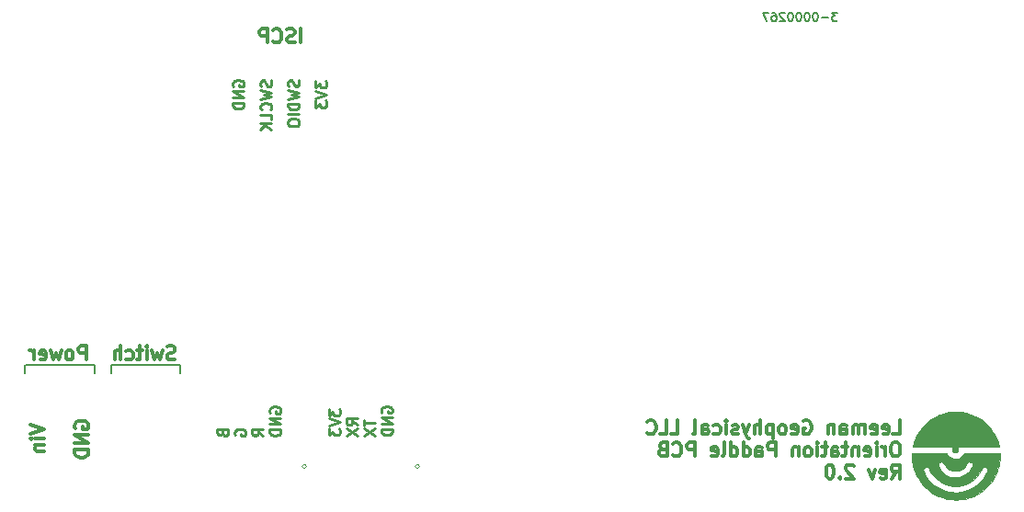
<source format=gbr>
%TF.GenerationSoftware,KiCad,Pcbnew,9.0.1*%
%TF.CreationDate,2025-06-03T12:38:30-05:00*%
%TF.ProjectId,Orientation_Paddle,4f726965-6e74-4617-9469-6f6e5f506164,2.0*%
%TF.SameCoordinates,Original*%
%TF.FileFunction,Legend,Bot*%
%TF.FilePolarity,Positive*%
%FSLAX46Y46*%
G04 Gerber Fmt 4.6, Leading zero omitted, Abs format (unit mm)*
G04 Created by KiCad (PCBNEW 9.0.1) date 2025-06-03 12:38:30*
%MOMM*%
%LPD*%
G01*
G04 APERTURE LIST*
%ADD10C,0.150000*%
%ADD11C,0.250000*%
%ADD12C,0.158750*%
%ADD13C,0.317500*%
%ADD14C,0.300000*%
%ADD15C,0.120000*%
%ADD16C,0.010000*%
G04 APERTURE END LIST*
D10*
X82223000Y-130175000D02*
X88573000Y-130175000D01*
X88573000Y-130175000D02*
X88573000Y-130937000D01*
X96447298Y-130175000D02*
X96447298Y-130937000D01*
X82169000Y-130937000D02*
X82169000Y-130175000D01*
X90097000Y-130175000D02*
X96447000Y-130175000D01*
X90097000Y-130937000D02*
X90097000Y-130175000D01*
D11*
X104081619Y-136707523D02*
X103605428Y-136374190D01*
X104081619Y-136136095D02*
X103081619Y-136136095D01*
X103081619Y-136136095D02*
X103081619Y-136517047D01*
X103081619Y-136517047D02*
X103129238Y-136612285D01*
X103129238Y-136612285D02*
X103176857Y-136659904D01*
X103176857Y-136659904D02*
X103272095Y-136707523D01*
X103272095Y-136707523D02*
X103414952Y-136707523D01*
X103414952Y-136707523D02*
X103510190Y-136659904D01*
X103510190Y-136659904D02*
X103557809Y-136612285D01*
X103557809Y-136612285D02*
X103605428Y-136517047D01*
X103605428Y-136517047D02*
X103605428Y-136136095D01*
D12*
X156972000Y-97732787D02*
X156476700Y-97732787D01*
X156476700Y-97732787D02*
X156743400Y-98037587D01*
X156743400Y-98037587D02*
X156629100Y-98037587D01*
X156629100Y-98037587D02*
X156552900Y-98075687D01*
X156552900Y-98075687D02*
X156514800Y-98113787D01*
X156514800Y-98113787D02*
X156476700Y-98189987D01*
X156476700Y-98189987D02*
X156476700Y-98380487D01*
X156476700Y-98380487D02*
X156514800Y-98456687D01*
X156514800Y-98456687D02*
X156552900Y-98494787D01*
X156552900Y-98494787D02*
X156629100Y-98532887D01*
X156629100Y-98532887D02*
X156857700Y-98532887D01*
X156857700Y-98532887D02*
X156933900Y-98494787D01*
X156933900Y-98494787D02*
X156972000Y-98456687D01*
X156133800Y-98228087D02*
X155524200Y-98228087D01*
X154990800Y-97732787D02*
X154914600Y-97732787D01*
X154914600Y-97732787D02*
X154838400Y-97770887D01*
X154838400Y-97770887D02*
X154800300Y-97808987D01*
X154800300Y-97808987D02*
X154762200Y-97885187D01*
X154762200Y-97885187D02*
X154724100Y-98037587D01*
X154724100Y-98037587D02*
X154724100Y-98228087D01*
X154724100Y-98228087D02*
X154762200Y-98380487D01*
X154762200Y-98380487D02*
X154800300Y-98456687D01*
X154800300Y-98456687D02*
X154838400Y-98494787D01*
X154838400Y-98494787D02*
X154914600Y-98532887D01*
X154914600Y-98532887D02*
X154990800Y-98532887D01*
X154990800Y-98532887D02*
X155067000Y-98494787D01*
X155067000Y-98494787D02*
X155105100Y-98456687D01*
X155105100Y-98456687D02*
X155143200Y-98380487D01*
X155143200Y-98380487D02*
X155181300Y-98228087D01*
X155181300Y-98228087D02*
X155181300Y-98037587D01*
X155181300Y-98037587D02*
X155143200Y-97885187D01*
X155143200Y-97885187D02*
X155105100Y-97808987D01*
X155105100Y-97808987D02*
X155067000Y-97770887D01*
X155067000Y-97770887D02*
X154990800Y-97732787D01*
X154228800Y-97732787D02*
X154152600Y-97732787D01*
X154152600Y-97732787D02*
X154076400Y-97770887D01*
X154076400Y-97770887D02*
X154038300Y-97808987D01*
X154038300Y-97808987D02*
X154000200Y-97885187D01*
X154000200Y-97885187D02*
X153962100Y-98037587D01*
X153962100Y-98037587D02*
X153962100Y-98228087D01*
X153962100Y-98228087D02*
X154000200Y-98380487D01*
X154000200Y-98380487D02*
X154038300Y-98456687D01*
X154038300Y-98456687D02*
X154076400Y-98494787D01*
X154076400Y-98494787D02*
X154152600Y-98532887D01*
X154152600Y-98532887D02*
X154228800Y-98532887D01*
X154228800Y-98532887D02*
X154305000Y-98494787D01*
X154305000Y-98494787D02*
X154343100Y-98456687D01*
X154343100Y-98456687D02*
X154381200Y-98380487D01*
X154381200Y-98380487D02*
X154419300Y-98228087D01*
X154419300Y-98228087D02*
X154419300Y-98037587D01*
X154419300Y-98037587D02*
X154381200Y-97885187D01*
X154381200Y-97885187D02*
X154343100Y-97808987D01*
X154343100Y-97808987D02*
X154305000Y-97770887D01*
X154305000Y-97770887D02*
X154228800Y-97732787D01*
X153466800Y-97732787D02*
X153390600Y-97732787D01*
X153390600Y-97732787D02*
X153314400Y-97770887D01*
X153314400Y-97770887D02*
X153276300Y-97808987D01*
X153276300Y-97808987D02*
X153238200Y-97885187D01*
X153238200Y-97885187D02*
X153200100Y-98037587D01*
X153200100Y-98037587D02*
X153200100Y-98228087D01*
X153200100Y-98228087D02*
X153238200Y-98380487D01*
X153238200Y-98380487D02*
X153276300Y-98456687D01*
X153276300Y-98456687D02*
X153314400Y-98494787D01*
X153314400Y-98494787D02*
X153390600Y-98532887D01*
X153390600Y-98532887D02*
X153466800Y-98532887D01*
X153466800Y-98532887D02*
X153543000Y-98494787D01*
X153543000Y-98494787D02*
X153581100Y-98456687D01*
X153581100Y-98456687D02*
X153619200Y-98380487D01*
X153619200Y-98380487D02*
X153657300Y-98228087D01*
X153657300Y-98228087D02*
X153657300Y-98037587D01*
X153657300Y-98037587D02*
X153619200Y-97885187D01*
X153619200Y-97885187D02*
X153581100Y-97808987D01*
X153581100Y-97808987D02*
X153543000Y-97770887D01*
X153543000Y-97770887D02*
X153466800Y-97732787D01*
X152704800Y-97732787D02*
X152628600Y-97732787D01*
X152628600Y-97732787D02*
X152552400Y-97770887D01*
X152552400Y-97770887D02*
X152514300Y-97808987D01*
X152514300Y-97808987D02*
X152476200Y-97885187D01*
X152476200Y-97885187D02*
X152438100Y-98037587D01*
X152438100Y-98037587D02*
X152438100Y-98228087D01*
X152438100Y-98228087D02*
X152476200Y-98380487D01*
X152476200Y-98380487D02*
X152514300Y-98456687D01*
X152514300Y-98456687D02*
X152552400Y-98494787D01*
X152552400Y-98494787D02*
X152628600Y-98532887D01*
X152628600Y-98532887D02*
X152704800Y-98532887D01*
X152704800Y-98532887D02*
X152781000Y-98494787D01*
X152781000Y-98494787D02*
X152819100Y-98456687D01*
X152819100Y-98456687D02*
X152857200Y-98380487D01*
X152857200Y-98380487D02*
X152895300Y-98228087D01*
X152895300Y-98228087D02*
X152895300Y-98037587D01*
X152895300Y-98037587D02*
X152857200Y-97885187D01*
X152857200Y-97885187D02*
X152819100Y-97808987D01*
X152819100Y-97808987D02*
X152781000Y-97770887D01*
X152781000Y-97770887D02*
X152704800Y-97732787D01*
X152133300Y-97808987D02*
X152095200Y-97770887D01*
X152095200Y-97770887D02*
X152019000Y-97732787D01*
X152019000Y-97732787D02*
X151828500Y-97732787D01*
X151828500Y-97732787D02*
X151752300Y-97770887D01*
X151752300Y-97770887D02*
X151714200Y-97808987D01*
X151714200Y-97808987D02*
X151676100Y-97885187D01*
X151676100Y-97885187D02*
X151676100Y-97961387D01*
X151676100Y-97961387D02*
X151714200Y-98075687D01*
X151714200Y-98075687D02*
X152171400Y-98532887D01*
X152171400Y-98532887D02*
X151676100Y-98532887D01*
X150990300Y-97732787D02*
X151142700Y-97732787D01*
X151142700Y-97732787D02*
X151218900Y-97770887D01*
X151218900Y-97770887D02*
X151257000Y-97808987D01*
X151257000Y-97808987D02*
X151333200Y-97923287D01*
X151333200Y-97923287D02*
X151371300Y-98075687D01*
X151371300Y-98075687D02*
X151371300Y-98380487D01*
X151371300Y-98380487D02*
X151333200Y-98456687D01*
X151333200Y-98456687D02*
X151295100Y-98494787D01*
X151295100Y-98494787D02*
X151218900Y-98532887D01*
X151218900Y-98532887D02*
X151066500Y-98532887D01*
X151066500Y-98532887D02*
X150990300Y-98494787D01*
X150990300Y-98494787D02*
X150952200Y-98456687D01*
X150952200Y-98456687D02*
X150914100Y-98380487D01*
X150914100Y-98380487D02*
X150914100Y-98189987D01*
X150914100Y-98189987D02*
X150952200Y-98113787D01*
X150952200Y-98113787D02*
X150990300Y-98075687D01*
X150990300Y-98075687D02*
X151066500Y-98037587D01*
X151066500Y-98037587D02*
X151218900Y-98037587D01*
X151218900Y-98037587D02*
X151295100Y-98075687D01*
X151295100Y-98075687D02*
X151333200Y-98113787D01*
X151333200Y-98113787D02*
X151371300Y-98189987D01*
X150647400Y-97732787D02*
X150114000Y-97732787D01*
X150114000Y-97732787D02*
X150456900Y-98532887D01*
D11*
X101520572Y-136659904D02*
X101472953Y-136564666D01*
X101472953Y-136564666D02*
X101472953Y-136421809D01*
X101472953Y-136421809D02*
X101520572Y-136278952D01*
X101520572Y-136278952D02*
X101615810Y-136183714D01*
X101615810Y-136183714D02*
X101711048Y-136136095D01*
X101711048Y-136136095D02*
X101901524Y-136088476D01*
X101901524Y-136088476D02*
X102044381Y-136088476D01*
X102044381Y-136088476D02*
X102234857Y-136136095D01*
X102234857Y-136136095D02*
X102330095Y-136183714D01*
X102330095Y-136183714D02*
X102425334Y-136278952D01*
X102425334Y-136278952D02*
X102472953Y-136421809D01*
X102472953Y-136421809D02*
X102472953Y-136517047D01*
X102472953Y-136517047D02*
X102425334Y-136659904D01*
X102425334Y-136659904D02*
X102377714Y-136707523D01*
X102377714Y-136707523D02*
X102044381Y-136707523D01*
X102044381Y-136707523D02*
X102044381Y-136517047D01*
X115024905Y-134580476D02*
X114977286Y-134485238D01*
X114977286Y-134485238D02*
X114977286Y-134342381D01*
X114977286Y-134342381D02*
X115024905Y-134199524D01*
X115024905Y-134199524D02*
X115120143Y-134104286D01*
X115120143Y-134104286D02*
X115215381Y-134056667D01*
X115215381Y-134056667D02*
X115405857Y-134009048D01*
X115405857Y-134009048D02*
X115548714Y-134009048D01*
X115548714Y-134009048D02*
X115739190Y-134056667D01*
X115739190Y-134056667D02*
X115834428Y-134104286D01*
X115834428Y-134104286D02*
X115929667Y-134199524D01*
X115929667Y-134199524D02*
X115977286Y-134342381D01*
X115977286Y-134342381D02*
X115977286Y-134437619D01*
X115977286Y-134437619D02*
X115929667Y-134580476D01*
X115929667Y-134580476D02*
X115882047Y-134628095D01*
X115882047Y-134628095D02*
X115548714Y-134628095D01*
X115548714Y-134628095D02*
X115548714Y-134437619D01*
X115977286Y-135056667D02*
X114977286Y-135056667D01*
X114977286Y-135056667D02*
X115977286Y-135628095D01*
X115977286Y-135628095D02*
X114977286Y-135628095D01*
X115977286Y-136104286D02*
X114977286Y-136104286D01*
X114977286Y-136104286D02*
X114977286Y-136342381D01*
X114977286Y-136342381D02*
X115024905Y-136485238D01*
X115024905Y-136485238D02*
X115120143Y-136580476D01*
X115120143Y-136580476D02*
X115215381Y-136628095D01*
X115215381Y-136628095D02*
X115405857Y-136675714D01*
X115405857Y-136675714D02*
X115548714Y-136675714D01*
X115548714Y-136675714D02*
X115739190Y-136628095D01*
X115739190Y-136628095D02*
X115834428Y-136580476D01*
X115834428Y-136580476D02*
X115929667Y-136485238D01*
X115929667Y-136485238D02*
X115977286Y-136342381D01*
X115977286Y-136342381D02*
X115977286Y-136104286D01*
D13*
X86791492Y-136065381D02*
X86731016Y-135944428D01*
X86731016Y-135944428D02*
X86731016Y-135763000D01*
X86731016Y-135763000D02*
X86791492Y-135581571D01*
X86791492Y-135581571D02*
X86912444Y-135460619D01*
X86912444Y-135460619D02*
X87033397Y-135400142D01*
X87033397Y-135400142D02*
X87275301Y-135339666D01*
X87275301Y-135339666D02*
X87456730Y-135339666D01*
X87456730Y-135339666D02*
X87698635Y-135400142D01*
X87698635Y-135400142D02*
X87819587Y-135460619D01*
X87819587Y-135460619D02*
X87940540Y-135581571D01*
X87940540Y-135581571D02*
X88001016Y-135763000D01*
X88001016Y-135763000D02*
X88001016Y-135883952D01*
X88001016Y-135883952D02*
X87940540Y-136065381D01*
X87940540Y-136065381D02*
X87880063Y-136125857D01*
X87880063Y-136125857D02*
X87456730Y-136125857D01*
X87456730Y-136125857D02*
X87456730Y-135883952D01*
X88001016Y-136670142D02*
X86731016Y-136670142D01*
X86731016Y-136670142D02*
X88001016Y-137395857D01*
X88001016Y-137395857D02*
X86731016Y-137395857D01*
X88001016Y-138000618D02*
X86731016Y-138000618D01*
X86731016Y-138000618D02*
X86731016Y-138302999D01*
X86731016Y-138302999D02*
X86791492Y-138484428D01*
X86791492Y-138484428D02*
X86912444Y-138605380D01*
X86912444Y-138605380D02*
X87033397Y-138665857D01*
X87033397Y-138665857D02*
X87275301Y-138726333D01*
X87275301Y-138726333D02*
X87456730Y-138726333D01*
X87456730Y-138726333D02*
X87698635Y-138665857D01*
X87698635Y-138665857D02*
X87819587Y-138605380D01*
X87819587Y-138605380D02*
X87940540Y-138484428D01*
X87940540Y-138484428D02*
X88001016Y-138302999D01*
X88001016Y-138302999D02*
X88001016Y-138000618D01*
D11*
X110151286Y-134247143D02*
X110151286Y-134866190D01*
X110151286Y-134866190D02*
X110532238Y-134532857D01*
X110532238Y-134532857D02*
X110532238Y-134675714D01*
X110532238Y-134675714D02*
X110579857Y-134770952D01*
X110579857Y-134770952D02*
X110627476Y-134818571D01*
X110627476Y-134818571D02*
X110722714Y-134866190D01*
X110722714Y-134866190D02*
X110960809Y-134866190D01*
X110960809Y-134866190D02*
X111056047Y-134818571D01*
X111056047Y-134818571D02*
X111103667Y-134770952D01*
X111103667Y-134770952D02*
X111151286Y-134675714D01*
X111151286Y-134675714D02*
X111151286Y-134390000D01*
X111151286Y-134390000D02*
X111103667Y-134294762D01*
X111103667Y-134294762D02*
X111056047Y-134247143D01*
X110151286Y-135151905D02*
X111151286Y-135485238D01*
X111151286Y-135485238D02*
X110151286Y-135818571D01*
X110151286Y-136056667D02*
X110151286Y-136675714D01*
X110151286Y-136675714D02*
X110532238Y-136342381D01*
X110532238Y-136342381D02*
X110532238Y-136485238D01*
X110532238Y-136485238D02*
X110579857Y-136580476D01*
X110579857Y-136580476D02*
X110627476Y-136628095D01*
X110627476Y-136628095D02*
X110722714Y-136675714D01*
X110722714Y-136675714D02*
X110960809Y-136675714D01*
X110960809Y-136675714D02*
X111056047Y-136628095D01*
X111056047Y-136628095D02*
X111103667Y-136580476D01*
X111103667Y-136580476D02*
X111151286Y-136485238D01*
X111151286Y-136485238D02*
X111151286Y-136199524D01*
X111151286Y-136199524D02*
X111103667Y-136104286D01*
X111103667Y-136104286D02*
X111056047Y-136056667D01*
X104796000Y-103986295D02*
X104843619Y-104129152D01*
X104843619Y-104129152D02*
X104843619Y-104367247D01*
X104843619Y-104367247D02*
X104796000Y-104462485D01*
X104796000Y-104462485D02*
X104748380Y-104510104D01*
X104748380Y-104510104D02*
X104653142Y-104557723D01*
X104653142Y-104557723D02*
X104557904Y-104557723D01*
X104557904Y-104557723D02*
X104462666Y-104510104D01*
X104462666Y-104510104D02*
X104415047Y-104462485D01*
X104415047Y-104462485D02*
X104367428Y-104367247D01*
X104367428Y-104367247D02*
X104319809Y-104176771D01*
X104319809Y-104176771D02*
X104272190Y-104081533D01*
X104272190Y-104081533D02*
X104224571Y-104033914D01*
X104224571Y-104033914D02*
X104129333Y-103986295D01*
X104129333Y-103986295D02*
X104034095Y-103986295D01*
X104034095Y-103986295D02*
X103938857Y-104033914D01*
X103938857Y-104033914D02*
X103891238Y-104081533D01*
X103891238Y-104081533D02*
X103843619Y-104176771D01*
X103843619Y-104176771D02*
X103843619Y-104414866D01*
X103843619Y-104414866D02*
X103891238Y-104557723D01*
X103843619Y-104891057D02*
X104843619Y-105129152D01*
X104843619Y-105129152D02*
X104129333Y-105319628D01*
X104129333Y-105319628D02*
X104843619Y-105510104D01*
X104843619Y-105510104D02*
X103843619Y-105748200D01*
X104748380Y-106700580D02*
X104796000Y-106652961D01*
X104796000Y-106652961D02*
X104843619Y-106510104D01*
X104843619Y-106510104D02*
X104843619Y-106414866D01*
X104843619Y-106414866D02*
X104796000Y-106272009D01*
X104796000Y-106272009D02*
X104700761Y-106176771D01*
X104700761Y-106176771D02*
X104605523Y-106129152D01*
X104605523Y-106129152D02*
X104415047Y-106081533D01*
X104415047Y-106081533D02*
X104272190Y-106081533D01*
X104272190Y-106081533D02*
X104081714Y-106129152D01*
X104081714Y-106129152D02*
X103986476Y-106176771D01*
X103986476Y-106176771D02*
X103891238Y-106272009D01*
X103891238Y-106272009D02*
X103843619Y-106414866D01*
X103843619Y-106414866D02*
X103843619Y-106510104D01*
X103843619Y-106510104D02*
X103891238Y-106652961D01*
X103891238Y-106652961D02*
X103938857Y-106700580D01*
X104843619Y-107605342D02*
X104843619Y-107129152D01*
X104843619Y-107129152D02*
X103843619Y-107129152D01*
X104843619Y-107938676D02*
X103843619Y-107938676D01*
X104843619Y-108510104D02*
X104272190Y-108081533D01*
X103843619Y-108510104D02*
X104415047Y-107938676D01*
D14*
X162090489Y-136576297D02*
X162695251Y-136576297D01*
X162695251Y-136576297D02*
X162695251Y-135306297D01*
X161183346Y-136515821D02*
X161304298Y-136576297D01*
X161304298Y-136576297D02*
X161546203Y-136576297D01*
X161546203Y-136576297D02*
X161667156Y-136515821D01*
X161667156Y-136515821D02*
X161727632Y-136394868D01*
X161727632Y-136394868D02*
X161727632Y-135911059D01*
X161727632Y-135911059D02*
X161667156Y-135790106D01*
X161667156Y-135790106D02*
X161546203Y-135729630D01*
X161546203Y-135729630D02*
X161304298Y-135729630D01*
X161304298Y-135729630D02*
X161183346Y-135790106D01*
X161183346Y-135790106D02*
X161122870Y-135911059D01*
X161122870Y-135911059D02*
X161122870Y-136032011D01*
X161122870Y-136032011D02*
X161727632Y-136152963D01*
X160094775Y-136515821D02*
X160215727Y-136576297D01*
X160215727Y-136576297D02*
X160457632Y-136576297D01*
X160457632Y-136576297D02*
X160578585Y-136515821D01*
X160578585Y-136515821D02*
X160639061Y-136394868D01*
X160639061Y-136394868D02*
X160639061Y-135911059D01*
X160639061Y-135911059D02*
X160578585Y-135790106D01*
X160578585Y-135790106D02*
X160457632Y-135729630D01*
X160457632Y-135729630D02*
X160215727Y-135729630D01*
X160215727Y-135729630D02*
X160094775Y-135790106D01*
X160094775Y-135790106D02*
X160034299Y-135911059D01*
X160034299Y-135911059D02*
X160034299Y-136032011D01*
X160034299Y-136032011D02*
X160639061Y-136152963D01*
X159490014Y-136576297D02*
X159490014Y-135729630D01*
X159490014Y-135850582D02*
X159429537Y-135790106D01*
X159429537Y-135790106D02*
X159308585Y-135729630D01*
X159308585Y-135729630D02*
X159127156Y-135729630D01*
X159127156Y-135729630D02*
X159006204Y-135790106D01*
X159006204Y-135790106D02*
X158945728Y-135911059D01*
X158945728Y-135911059D02*
X158945728Y-136576297D01*
X158945728Y-135911059D02*
X158885252Y-135790106D01*
X158885252Y-135790106D02*
X158764299Y-135729630D01*
X158764299Y-135729630D02*
X158582871Y-135729630D01*
X158582871Y-135729630D02*
X158461918Y-135790106D01*
X158461918Y-135790106D02*
X158401442Y-135911059D01*
X158401442Y-135911059D02*
X158401442Y-136576297D01*
X157252395Y-136576297D02*
X157252395Y-135911059D01*
X157252395Y-135911059D02*
X157312871Y-135790106D01*
X157312871Y-135790106D02*
X157433823Y-135729630D01*
X157433823Y-135729630D02*
X157675728Y-135729630D01*
X157675728Y-135729630D02*
X157796681Y-135790106D01*
X157252395Y-136515821D02*
X157373347Y-136576297D01*
X157373347Y-136576297D02*
X157675728Y-136576297D01*
X157675728Y-136576297D02*
X157796681Y-136515821D01*
X157796681Y-136515821D02*
X157857157Y-136394868D01*
X157857157Y-136394868D02*
X157857157Y-136273916D01*
X157857157Y-136273916D02*
X157796681Y-136152963D01*
X157796681Y-136152963D02*
X157675728Y-136092487D01*
X157675728Y-136092487D02*
X157373347Y-136092487D01*
X157373347Y-136092487D02*
X157252395Y-136032011D01*
X156647633Y-135729630D02*
X156647633Y-136576297D01*
X156647633Y-135850582D02*
X156587156Y-135790106D01*
X156587156Y-135790106D02*
X156466204Y-135729630D01*
X156466204Y-135729630D02*
X156284775Y-135729630D01*
X156284775Y-135729630D02*
X156163823Y-135790106D01*
X156163823Y-135790106D02*
X156103347Y-135911059D01*
X156103347Y-135911059D02*
X156103347Y-136576297D01*
X153865727Y-135366773D02*
X153986680Y-135306297D01*
X153986680Y-135306297D02*
X154168108Y-135306297D01*
X154168108Y-135306297D02*
X154349537Y-135366773D01*
X154349537Y-135366773D02*
X154470489Y-135487725D01*
X154470489Y-135487725D02*
X154530966Y-135608678D01*
X154530966Y-135608678D02*
X154591442Y-135850582D01*
X154591442Y-135850582D02*
X154591442Y-136032011D01*
X154591442Y-136032011D02*
X154530966Y-136273916D01*
X154530966Y-136273916D02*
X154470489Y-136394868D01*
X154470489Y-136394868D02*
X154349537Y-136515821D01*
X154349537Y-136515821D02*
X154168108Y-136576297D01*
X154168108Y-136576297D02*
X154047156Y-136576297D01*
X154047156Y-136576297D02*
X153865727Y-136515821D01*
X153865727Y-136515821D02*
X153805251Y-136455344D01*
X153805251Y-136455344D02*
X153805251Y-136032011D01*
X153805251Y-136032011D02*
X154047156Y-136032011D01*
X152777156Y-136515821D02*
X152898108Y-136576297D01*
X152898108Y-136576297D02*
X153140013Y-136576297D01*
X153140013Y-136576297D02*
X153260966Y-136515821D01*
X153260966Y-136515821D02*
X153321442Y-136394868D01*
X153321442Y-136394868D02*
X153321442Y-135911059D01*
X153321442Y-135911059D02*
X153260966Y-135790106D01*
X153260966Y-135790106D02*
X153140013Y-135729630D01*
X153140013Y-135729630D02*
X152898108Y-135729630D01*
X152898108Y-135729630D02*
X152777156Y-135790106D01*
X152777156Y-135790106D02*
X152716680Y-135911059D01*
X152716680Y-135911059D02*
X152716680Y-136032011D01*
X152716680Y-136032011D02*
X153321442Y-136152963D01*
X151990966Y-136576297D02*
X152111918Y-136515821D01*
X152111918Y-136515821D02*
X152172395Y-136455344D01*
X152172395Y-136455344D02*
X152232871Y-136334392D01*
X152232871Y-136334392D02*
X152232871Y-135971535D01*
X152232871Y-135971535D02*
X152172395Y-135850582D01*
X152172395Y-135850582D02*
X152111918Y-135790106D01*
X152111918Y-135790106D02*
X151990966Y-135729630D01*
X151990966Y-135729630D02*
X151809537Y-135729630D01*
X151809537Y-135729630D02*
X151688585Y-135790106D01*
X151688585Y-135790106D02*
X151628109Y-135850582D01*
X151628109Y-135850582D02*
X151567633Y-135971535D01*
X151567633Y-135971535D02*
X151567633Y-136334392D01*
X151567633Y-136334392D02*
X151628109Y-136455344D01*
X151628109Y-136455344D02*
X151688585Y-136515821D01*
X151688585Y-136515821D02*
X151809537Y-136576297D01*
X151809537Y-136576297D02*
X151990966Y-136576297D01*
X151023347Y-135729630D02*
X151023347Y-136999630D01*
X151023347Y-135790106D02*
X150902394Y-135729630D01*
X150902394Y-135729630D02*
X150660489Y-135729630D01*
X150660489Y-135729630D02*
X150539537Y-135790106D01*
X150539537Y-135790106D02*
X150479061Y-135850582D01*
X150479061Y-135850582D02*
X150418585Y-135971535D01*
X150418585Y-135971535D02*
X150418585Y-136334392D01*
X150418585Y-136334392D02*
X150479061Y-136455344D01*
X150479061Y-136455344D02*
X150539537Y-136515821D01*
X150539537Y-136515821D02*
X150660489Y-136576297D01*
X150660489Y-136576297D02*
X150902394Y-136576297D01*
X150902394Y-136576297D02*
X151023347Y-136515821D01*
X149874299Y-136576297D02*
X149874299Y-135306297D01*
X149330013Y-136576297D02*
X149330013Y-135911059D01*
X149330013Y-135911059D02*
X149390489Y-135790106D01*
X149390489Y-135790106D02*
X149511441Y-135729630D01*
X149511441Y-135729630D02*
X149692870Y-135729630D01*
X149692870Y-135729630D02*
X149813822Y-135790106D01*
X149813822Y-135790106D02*
X149874299Y-135850582D01*
X148846203Y-135729630D02*
X148543822Y-136576297D01*
X148241441Y-135729630D02*
X148543822Y-136576297D01*
X148543822Y-136576297D02*
X148664774Y-136878678D01*
X148664774Y-136878678D02*
X148725251Y-136939154D01*
X148725251Y-136939154D02*
X148846203Y-136999630D01*
X147818108Y-136515821D02*
X147697155Y-136576297D01*
X147697155Y-136576297D02*
X147455251Y-136576297D01*
X147455251Y-136576297D02*
X147334298Y-136515821D01*
X147334298Y-136515821D02*
X147273822Y-136394868D01*
X147273822Y-136394868D02*
X147273822Y-136334392D01*
X147273822Y-136334392D02*
X147334298Y-136213440D01*
X147334298Y-136213440D02*
X147455251Y-136152963D01*
X147455251Y-136152963D02*
X147636679Y-136152963D01*
X147636679Y-136152963D02*
X147757632Y-136092487D01*
X147757632Y-136092487D02*
X147818108Y-135971535D01*
X147818108Y-135971535D02*
X147818108Y-135911059D01*
X147818108Y-135911059D02*
X147757632Y-135790106D01*
X147757632Y-135790106D02*
X147636679Y-135729630D01*
X147636679Y-135729630D02*
X147455251Y-135729630D01*
X147455251Y-135729630D02*
X147334298Y-135790106D01*
X146729537Y-136576297D02*
X146729537Y-135729630D01*
X146729537Y-135306297D02*
X146790013Y-135366773D01*
X146790013Y-135366773D02*
X146729537Y-135427249D01*
X146729537Y-135427249D02*
X146669060Y-135366773D01*
X146669060Y-135366773D02*
X146729537Y-135306297D01*
X146729537Y-135306297D02*
X146729537Y-135427249D01*
X145580489Y-136515821D02*
X145701441Y-136576297D01*
X145701441Y-136576297D02*
X145943346Y-136576297D01*
X145943346Y-136576297D02*
X146064298Y-136515821D01*
X146064298Y-136515821D02*
X146124775Y-136455344D01*
X146124775Y-136455344D02*
X146185251Y-136334392D01*
X146185251Y-136334392D02*
X146185251Y-135971535D01*
X146185251Y-135971535D02*
X146124775Y-135850582D01*
X146124775Y-135850582D02*
X146064298Y-135790106D01*
X146064298Y-135790106D02*
X145943346Y-135729630D01*
X145943346Y-135729630D02*
X145701441Y-135729630D01*
X145701441Y-135729630D02*
X145580489Y-135790106D01*
X144491918Y-136576297D02*
X144491918Y-135911059D01*
X144491918Y-135911059D02*
X144552394Y-135790106D01*
X144552394Y-135790106D02*
X144673346Y-135729630D01*
X144673346Y-135729630D02*
X144915251Y-135729630D01*
X144915251Y-135729630D02*
X145036204Y-135790106D01*
X144491918Y-136515821D02*
X144612870Y-136576297D01*
X144612870Y-136576297D02*
X144915251Y-136576297D01*
X144915251Y-136576297D02*
X145036204Y-136515821D01*
X145036204Y-136515821D02*
X145096680Y-136394868D01*
X145096680Y-136394868D02*
X145096680Y-136273916D01*
X145096680Y-136273916D02*
X145036204Y-136152963D01*
X145036204Y-136152963D02*
X144915251Y-136092487D01*
X144915251Y-136092487D02*
X144612870Y-136092487D01*
X144612870Y-136092487D02*
X144491918Y-136032011D01*
X143705727Y-136576297D02*
X143826679Y-136515821D01*
X143826679Y-136515821D02*
X143887156Y-136394868D01*
X143887156Y-136394868D02*
X143887156Y-135306297D01*
X141649537Y-136576297D02*
X142254299Y-136576297D01*
X142254299Y-136576297D02*
X142254299Y-135306297D01*
X140621442Y-136576297D02*
X141226204Y-136576297D01*
X141226204Y-136576297D02*
X141226204Y-135306297D01*
X139472394Y-136455344D02*
X139532870Y-136515821D01*
X139532870Y-136515821D02*
X139714299Y-136576297D01*
X139714299Y-136576297D02*
X139835251Y-136576297D01*
X139835251Y-136576297D02*
X140016680Y-136515821D01*
X140016680Y-136515821D02*
X140137632Y-136394868D01*
X140137632Y-136394868D02*
X140198109Y-136273916D01*
X140198109Y-136273916D02*
X140258585Y-136032011D01*
X140258585Y-136032011D02*
X140258585Y-135850582D01*
X140258585Y-135850582D02*
X140198109Y-135608678D01*
X140198109Y-135608678D02*
X140137632Y-135487725D01*
X140137632Y-135487725D02*
X140016680Y-135366773D01*
X140016680Y-135366773D02*
X139835251Y-135306297D01*
X139835251Y-135306297D02*
X139714299Y-135306297D01*
X139714299Y-135306297D02*
X139532870Y-135366773D01*
X139532870Y-135366773D02*
X139472394Y-135427249D01*
X162453346Y-137350926D02*
X162211441Y-137350926D01*
X162211441Y-137350926D02*
X162090489Y-137411402D01*
X162090489Y-137411402D02*
X161969536Y-137532354D01*
X161969536Y-137532354D02*
X161909060Y-137774259D01*
X161909060Y-137774259D02*
X161909060Y-138197592D01*
X161909060Y-138197592D02*
X161969536Y-138439497D01*
X161969536Y-138439497D02*
X162090489Y-138560450D01*
X162090489Y-138560450D02*
X162211441Y-138620926D01*
X162211441Y-138620926D02*
X162453346Y-138620926D01*
X162453346Y-138620926D02*
X162574298Y-138560450D01*
X162574298Y-138560450D02*
X162695251Y-138439497D01*
X162695251Y-138439497D02*
X162755727Y-138197592D01*
X162755727Y-138197592D02*
X162755727Y-137774259D01*
X162755727Y-137774259D02*
X162695251Y-137532354D01*
X162695251Y-137532354D02*
X162574298Y-137411402D01*
X162574298Y-137411402D02*
X162453346Y-137350926D01*
X161364775Y-138620926D02*
X161364775Y-137774259D01*
X161364775Y-138016164D02*
X161304298Y-137895211D01*
X161304298Y-137895211D02*
X161243822Y-137834735D01*
X161243822Y-137834735D02*
X161122870Y-137774259D01*
X161122870Y-137774259D02*
X161001917Y-137774259D01*
X160578585Y-138620926D02*
X160578585Y-137774259D01*
X160578585Y-137350926D02*
X160639061Y-137411402D01*
X160639061Y-137411402D02*
X160578585Y-137471878D01*
X160578585Y-137471878D02*
X160518108Y-137411402D01*
X160518108Y-137411402D02*
X160578585Y-137350926D01*
X160578585Y-137350926D02*
X160578585Y-137471878D01*
X159490013Y-138560450D02*
X159610965Y-138620926D01*
X159610965Y-138620926D02*
X159852870Y-138620926D01*
X159852870Y-138620926D02*
X159973823Y-138560450D01*
X159973823Y-138560450D02*
X160034299Y-138439497D01*
X160034299Y-138439497D02*
X160034299Y-137955688D01*
X160034299Y-137955688D02*
X159973823Y-137834735D01*
X159973823Y-137834735D02*
X159852870Y-137774259D01*
X159852870Y-137774259D02*
X159610965Y-137774259D01*
X159610965Y-137774259D02*
X159490013Y-137834735D01*
X159490013Y-137834735D02*
X159429537Y-137955688D01*
X159429537Y-137955688D02*
X159429537Y-138076640D01*
X159429537Y-138076640D02*
X160034299Y-138197592D01*
X158885252Y-137774259D02*
X158885252Y-138620926D01*
X158885252Y-137895211D02*
X158824775Y-137834735D01*
X158824775Y-137834735D02*
X158703823Y-137774259D01*
X158703823Y-137774259D02*
X158522394Y-137774259D01*
X158522394Y-137774259D02*
X158401442Y-137834735D01*
X158401442Y-137834735D02*
X158340966Y-137955688D01*
X158340966Y-137955688D02*
X158340966Y-138620926D01*
X157917632Y-137774259D02*
X157433823Y-137774259D01*
X157736204Y-137350926D02*
X157736204Y-138439497D01*
X157736204Y-138439497D02*
X157675727Y-138560450D01*
X157675727Y-138560450D02*
X157554775Y-138620926D01*
X157554775Y-138620926D02*
X157433823Y-138620926D01*
X156466204Y-138620926D02*
X156466204Y-137955688D01*
X156466204Y-137955688D02*
X156526680Y-137834735D01*
X156526680Y-137834735D02*
X156647632Y-137774259D01*
X156647632Y-137774259D02*
X156889537Y-137774259D01*
X156889537Y-137774259D02*
X157010490Y-137834735D01*
X156466204Y-138560450D02*
X156587156Y-138620926D01*
X156587156Y-138620926D02*
X156889537Y-138620926D01*
X156889537Y-138620926D02*
X157010490Y-138560450D01*
X157010490Y-138560450D02*
X157070966Y-138439497D01*
X157070966Y-138439497D02*
X157070966Y-138318545D01*
X157070966Y-138318545D02*
X157010490Y-138197592D01*
X157010490Y-138197592D02*
X156889537Y-138137116D01*
X156889537Y-138137116D02*
X156587156Y-138137116D01*
X156587156Y-138137116D02*
X156466204Y-138076640D01*
X156042870Y-137774259D02*
X155559061Y-137774259D01*
X155861442Y-137350926D02*
X155861442Y-138439497D01*
X155861442Y-138439497D02*
X155800965Y-138560450D01*
X155800965Y-138560450D02*
X155680013Y-138620926D01*
X155680013Y-138620926D02*
X155559061Y-138620926D01*
X155135728Y-138620926D02*
X155135728Y-137774259D01*
X155135728Y-137350926D02*
X155196204Y-137411402D01*
X155196204Y-137411402D02*
X155135728Y-137471878D01*
X155135728Y-137471878D02*
X155075251Y-137411402D01*
X155075251Y-137411402D02*
X155135728Y-137350926D01*
X155135728Y-137350926D02*
X155135728Y-137471878D01*
X154349537Y-138620926D02*
X154470489Y-138560450D01*
X154470489Y-138560450D02*
X154530966Y-138499973D01*
X154530966Y-138499973D02*
X154591442Y-138379021D01*
X154591442Y-138379021D02*
X154591442Y-138016164D01*
X154591442Y-138016164D02*
X154530966Y-137895211D01*
X154530966Y-137895211D02*
X154470489Y-137834735D01*
X154470489Y-137834735D02*
X154349537Y-137774259D01*
X154349537Y-137774259D02*
X154168108Y-137774259D01*
X154168108Y-137774259D02*
X154047156Y-137834735D01*
X154047156Y-137834735D02*
X153986680Y-137895211D01*
X153986680Y-137895211D02*
X153926204Y-138016164D01*
X153926204Y-138016164D02*
X153926204Y-138379021D01*
X153926204Y-138379021D02*
X153986680Y-138499973D01*
X153986680Y-138499973D02*
X154047156Y-138560450D01*
X154047156Y-138560450D02*
X154168108Y-138620926D01*
X154168108Y-138620926D02*
X154349537Y-138620926D01*
X153381918Y-137774259D02*
X153381918Y-138620926D01*
X153381918Y-137895211D02*
X153321441Y-137834735D01*
X153321441Y-137834735D02*
X153200489Y-137774259D01*
X153200489Y-137774259D02*
X153019060Y-137774259D01*
X153019060Y-137774259D02*
X152898108Y-137834735D01*
X152898108Y-137834735D02*
X152837632Y-137955688D01*
X152837632Y-137955688D02*
X152837632Y-138620926D01*
X151265251Y-138620926D02*
X151265251Y-137350926D01*
X151265251Y-137350926D02*
X150781441Y-137350926D01*
X150781441Y-137350926D02*
X150660489Y-137411402D01*
X150660489Y-137411402D02*
X150600012Y-137471878D01*
X150600012Y-137471878D02*
X150539536Y-137592830D01*
X150539536Y-137592830D02*
X150539536Y-137774259D01*
X150539536Y-137774259D02*
X150600012Y-137895211D01*
X150600012Y-137895211D02*
X150660489Y-137955688D01*
X150660489Y-137955688D02*
X150781441Y-138016164D01*
X150781441Y-138016164D02*
X151265251Y-138016164D01*
X149450965Y-138620926D02*
X149450965Y-137955688D01*
X149450965Y-137955688D02*
X149511441Y-137834735D01*
X149511441Y-137834735D02*
X149632393Y-137774259D01*
X149632393Y-137774259D02*
X149874298Y-137774259D01*
X149874298Y-137774259D02*
X149995251Y-137834735D01*
X149450965Y-138560450D02*
X149571917Y-138620926D01*
X149571917Y-138620926D02*
X149874298Y-138620926D01*
X149874298Y-138620926D02*
X149995251Y-138560450D01*
X149995251Y-138560450D02*
X150055727Y-138439497D01*
X150055727Y-138439497D02*
X150055727Y-138318545D01*
X150055727Y-138318545D02*
X149995251Y-138197592D01*
X149995251Y-138197592D02*
X149874298Y-138137116D01*
X149874298Y-138137116D02*
X149571917Y-138137116D01*
X149571917Y-138137116D02*
X149450965Y-138076640D01*
X148301917Y-138620926D02*
X148301917Y-137350926D01*
X148301917Y-138560450D02*
X148422869Y-138620926D01*
X148422869Y-138620926D02*
X148664774Y-138620926D01*
X148664774Y-138620926D02*
X148785726Y-138560450D01*
X148785726Y-138560450D02*
X148846203Y-138499973D01*
X148846203Y-138499973D02*
X148906679Y-138379021D01*
X148906679Y-138379021D02*
X148906679Y-138016164D01*
X148906679Y-138016164D02*
X148846203Y-137895211D01*
X148846203Y-137895211D02*
X148785726Y-137834735D01*
X148785726Y-137834735D02*
X148664774Y-137774259D01*
X148664774Y-137774259D02*
X148422869Y-137774259D01*
X148422869Y-137774259D02*
X148301917Y-137834735D01*
X147152869Y-138620926D02*
X147152869Y-137350926D01*
X147152869Y-138560450D02*
X147273821Y-138620926D01*
X147273821Y-138620926D02*
X147515726Y-138620926D01*
X147515726Y-138620926D02*
X147636678Y-138560450D01*
X147636678Y-138560450D02*
X147697155Y-138499973D01*
X147697155Y-138499973D02*
X147757631Y-138379021D01*
X147757631Y-138379021D02*
X147757631Y-138016164D01*
X147757631Y-138016164D02*
X147697155Y-137895211D01*
X147697155Y-137895211D02*
X147636678Y-137834735D01*
X147636678Y-137834735D02*
X147515726Y-137774259D01*
X147515726Y-137774259D02*
X147273821Y-137774259D01*
X147273821Y-137774259D02*
X147152869Y-137834735D01*
X146366678Y-138620926D02*
X146487630Y-138560450D01*
X146487630Y-138560450D02*
X146548107Y-138439497D01*
X146548107Y-138439497D02*
X146548107Y-137350926D01*
X145399059Y-138560450D02*
X145520011Y-138620926D01*
X145520011Y-138620926D02*
X145761916Y-138620926D01*
X145761916Y-138620926D02*
X145882869Y-138560450D01*
X145882869Y-138560450D02*
X145943345Y-138439497D01*
X145943345Y-138439497D02*
X145943345Y-137955688D01*
X145943345Y-137955688D02*
X145882869Y-137834735D01*
X145882869Y-137834735D02*
X145761916Y-137774259D01*
X145761916Y-137774259D02*
X145520011Y-137774259D01*
X145520011Y-137774259D02*
X145399059Y-137834735D01*
X145399059Y-137834735D02*
X145338583Y-137955688D01*
X145338583Y-137955688D02*
X145338583Y-138076640D01*
X145338583Y-138076640D02*
X145943345Y-138197592D01*
X143826679Y-138620926D02*
X143826679Y-137350926D01*
X143826679Y-137350926D02*
X143342869Y-137350926D01*
X143342869Y-137350926D02*
X143221917Y-137411402D01*
X143221917Y-137411402D02*
X143161440Y-137471878D01*
X143161440Y-137471878D02*
X143100964Y-137592830D01*
X143100964Y-137592830D02*
X143100964Y-137774259D01*
X143100964Y-137774259D02*
X143161440Y-137895211D01*
X143161440Y-137895211D02*
X143221917Y-137955688D01*
X143221917Y-137955688D02*
X143342869Y-138016164D01*
X143342869Y-138016164D02*
X143826679Y-138016164D01*
X141830964Y-138499973D02*
X141891440Y-138560450D01*
X141891440Y-138560450D02*
X142072869Y-138620926D01*
X142072869Y-138620926D02*
X142193821Y-138620926D01*
X142193821Y-138620926D02*
X142375250Y-138560450D01*
X142375250Y-138560450D02*
X142496202Y-138439497D01*
X142496202Y-138439497D02*
X142556679Y-138318545D01*
X142556679Y-138318545D02*
X142617155Y-138076640D01*
X142617155Y-138076640D02*
X142617155Y-137895211D01*
X142617155Y-137895211D02*
X142556679Y-137653307D01*
X142556679Y-137653307D02*
X142496202Y-137532354D01*
X142496202Y-137532354D02*
X142375250Y-137411402D01*
X142375250Y-137411402D02*
X142193821Y-137350926D01*
X142193821Y-137350926D02*
X142072869Y-137350926D01*
X142072869Y-137350926D02*
X141891440Y-137411402D01*
X141891440Y-137411402D02*
X141830964Y-137471878D01*
X140863345Y-137955688D02*
X140681917Y-138016164D01*
X140681917Y-138016164D02*
X140621440Y-138076640D01*
X140621440Y-138076640D02*
X140560964Y-138197592D01*
X140560964Y-138197592D02*
X140560964Y-138379021D01*
X140560964Y-138379021D02*
X140621440Y-138499973D01*
X140621440Y-138499973D02*
X140681917Y-138560450D01*
X140681917Y-138560450D02*
X140802869Y-138620926D01*
X140802869Y-138620926D02*
X141286679Y-138620926D01*
X141286679Y-138620926D02*
X141286679Y-137350926D01*
X141286679Y-137350926D02*
X140863345Y-137350926D01*
X140863345Y-137350926D02*
X140742393Y-137411402D01*
X140742393Y-137411402D02*
X140681917Y-137471878D01*
X140681917Y-137471878D02*
X140621440Y-137592830D01*
X140621440Y-137592830D02*
X140621440Y-137713783D01*
X140621440Y-137713783D02*
X140681917Y-137834735D01*
X140681917Y-137834735D02*
X140742393Y-137895211D01*
X140742393Y-137895211D02*
X140863345Y-137955688D01*
X140863345Y-137955688D02*
X141286679Y-137955688D01*
X161969536Y-140665555D02*
X162392870Y-140060793D01*
X162695251Y-140665555D02*
X162695251Y-139395555D01*
X162695251Y-139395555D02*
X162211441Y-139395555D01*
X162211441Y-139395555D02*
X162090489Y-139456031D01*
X162090489Y-139456031D02*
X162030012Y-139516507D01*
X162030012Y-139516507D02*
X161969536Y-139637459D01*
X161969536Y-139637459D02*
X161969536Y-139818888D01*
X161969536Y-139818888D02*
X162030012Y-139939840D01*
X162030012Y-139939840D02*
X162090489Y-140000317D01*
X162090489Y-140000317D02*
X162211441Y-140060793D01*
X162211441Y-140060793D02*
X162695251Y-140060793D01*
X160941441Y-140605079D02*
X161062393Y-140665555D01*
X161062393Y-140665555D02*
X161304298Y-140665555D01*
X161304298Y-140665555D02*
X161425251Y-140605079D01*
X161425251Y-140605079D02*
X161485727Y-140484126D01*
X161485727Y-140484126D02*
X161485727Y-140000317D01*
X161485727Y-140000317D02*
X161425251Y-139879364D01*
X161425251Y-139879364D02*
X161304298Y-139818888D01*
X161304298Y-139818888D02*
X161062393Y-139818888D01*
X161062393Y-139818888D02*
X160941441Y-139879364D01*
X160941441Y-139879364D02*
X160880965Y-140000317D01*
X160880965Y-140000317D02*
X160880965Y-140121269D01*
X160880965Y-140121269D02*
X161485727Y-140242221D01*
X160457632Y-139818888D02*
X160155251Y-140665555D01*
X160155251Y-140665555D02*
X159852870Y-139818888D01*
X158461918Y-139516507D02*
X158401442Y-139456031D01*
X158401442Y-139456031D02*
X158280489Y-139395555D01*
X158280489Y-139395555D02*
X157978108Y-139395555D01*
X157978108Y-139395555D02*
X157857156Y-139456031D01*
X157857156Y-139456031D02*
X157796680Y-139516507D01*
X157796680Y-139516507D02*
X157736203Y-139637459D01*
X157736203Y-139637459D02*
X157736203Y-139758412D01*
X157736203Y-139758412D02*
X157796680Y-139939840D01*
X157796680Y-139939840D02*
X158522394Y-140665555D01*
X158522394Y-140665555D02*
X157736203Y-140665555D01*
X157191918Y-140544602D02*
X157131441Y-140605079D01*
X157131441Y-140605079D02*
X157191918Y-140665555D01*
X157191918Y-140665555D02*
X157252394Y-140605079D01*
X157252394Y-140605079D02*
X157191918Y-140544602D01*
X157191918Y-140544602D02*
X157191918Y-140665555D01*
X156345251Y-139395555D02*
X156224298Y-139395555D01*
X156224298Y-139395555D02*
X156103346Y-139456031D01*
X156103346Y-139456031D02*
X156042870Y-139516507D01*
X156042870Y-139516507D02*
X155982394Y-139637459D01*
X155982394Y-139637459D02*
X155921917Y-139879364D01*
X155921917Y-139879364D02*
X155921917Y-140181745D01*
X155921917Y-140181745D02*
X155982394Y-140423650D01*
X155982394Y-140423650D02*
X156042870Y-140544602D01*
X156042870Y-140544602D02*
X156103346Y-140605079D01*
X156103346Y-140605079D02*
X156224298Y-140665555D01*
X156224298Y-140665555D02*
X156345251Y-140665555D01*
X156345251Y-140665555D02*
X156466203Y-140605079D01*
X156466203Y-140605079D02*
X156526679Y-140544602D01*
X156526679Y-140544602D02*
X156587156Y-140423650D01*
X156587156Y-140423650D02*
X156647632Y-140181745D01*
X156647632Y-140181745D02*
X156647632Y-139879364D01*
X156647632Y-139879364D02*
X156587156Y-139637459D01*
X156587156Y-139637459D02*
X156526679Y-139516507D01*
X156526679Y-139516507D02*
X156466203Y-139456031D01*
X156466203Y-139456031D02*
X156345251Y-139395555D01*
D11*
X107336000Y-103976753D02*
X107383619Y-104119610D01*
X107383619Y-104119610D02*
X107383619Y-104357705D01*
X107383619Y-104357705D02*
X107336000Y-104452943D01*
X107336000Y-104452943D02*
X107288380Y-104500562D01*
X107288380Y-104500562D02*
X107193142Y-104548181D01*
X107193142Y-104548181D02*
X107097904Y-104548181D01*
X107097904Y-104548181D02*
X107002666Y-104500562D01*
X107002666Y-104500562D02*
X106955047Y-104452943D01*
X106955047Y-104452943D02*
X106907428Y-104357705D01*
X106907428Y-104357705D02*
X106859809Y-104167229D01*
X106859809Y-104167229D02*
X106812190Y-104071991D01*
X106812190Y-104071991D02*
X106764571Y-104024372D01*
X106764571Y-104024372D02*
X106669333Y-103976753D01*
X106669333Y-103976753D02*
X106574095Y-103976753D01*
X106574095Y-103976753D02*
X106478857Y-104024372D01*
X106478857Y-104024372D02*
X106431238Y-104071991D01*
X106431238Y-104071991D02*
X106383619Y-104167229D01*
X106383619Y-104167229D02*
X106383619Y-104405324D01*
X106383619Y-104405324D02*
X106431238Y-104548181D01*
X106383619Y-104881515D02*
X107383619Y-105119610D01*
X107383619Y-105119610D02*
X106669333Y-105310086D01*
X106669333Y-105310086D02*
X107383619Y-105500562D01*
X107383619Y-105500562D02*
X106383619Y-105738658D01*
X107383619Y-106119610D02*
X106383619Y-106119610D01*
X106383619Y-106119610D02*
X106383619Y-106357705D01*
X106383619Y-106357705D02*
X106431238Y-106500562D01*
X106431238Y-106500562D02*
X106526476Y-106595800D01*
X106526476Y-106595800D02*
X106621714Y-106643419D01*
X106621714Y-106643419D02*
X106812190Y-106691038D01*
X106812190Y-106691038D02*
X106955047Y-106691038D01*
X106955047Y-106691038D02*
X107145523Y-106643419D01*
X107145523Y-106643419D02*
X107240761Y-106595800D01*
X107240761Y-106595800D02*
X107336000Y-106500562D01*
X107336000Y-106500562D02*
X107383619Y-106357705D01*
X107383619Y-106357705D02*
X107383619Y-106119610D01*
X107383619Y-107119610D02*
X106383619Y-107119610D01*
X106383619Y-107786276D02*
X106383619Y-107976752D01*
X106383619Y-107976752D02*
X106431238Y-108071990D01*
X106431238Y-108071990D02*
X106526476Y-108167228D01*
X106526476Y-108167228D02*
X106716952Y-108214847D01*
X106716952Y-108214847D02*
X107050285Y-108214847D01*
X107050285Y-108214847D02*
X107240761Y-108167228D01*
X107240761Y-108167228D02*
X107336000Y-108071990D01*
X107336000Y-108071990D02*
X107383619Y-107976752D01*
X107383619Y-107976752D02*
X107383619Y-107786276D01*
X107383619Y-107786276D02*
X107336000Y-107691038D01*
X107336000Y-107691038D02*
X107240761Y-107595800D01*
X107240761Y-107595800D02*
X107050285Y-107548181D01*
X107050285Y-107548181D02*
X106716952Y-107548181D01*
X106716952Y-107548181D02*
X106526476Y-107595800D01*
X106526476Y-107595800D02*
X106431238Y-107691038D01*
X106431238Y-107691038D02*
X106383619Y-107786276D01*
X100340476Y-136469428D02*
X100388095Y-136612285D01*
X100388095Y-136612285D02*
X100435714Y-136659904D01*
X100435714Y-136659904D02*
X100530952Y-136707523D01*
X100530952Y-136707523D02*
X100673809Y-136707523D01*
X100673809Y-136707523D02*
X100769047Y-136659904D01*
X100769047Y-136659904D02*
X100816667Y-136612285D01*
X100816667Y-136612285D02*
X100864286Y-136517047D01*
X100864286Y-136517047D02*
X100864286Y-136136095D01*
X100864286Y-136136095D02*
X99864286Y-136136095D01*
X99864286Y-136136095D02*
X99864286Y-136469428D01*
X99864286Y-136469428D02*
X99911905Y-136564666D01*
X99911905Y-136564666D02*
X99959524Y-136612285D01*
X99959524Y-136612285D02*
X100054762Y-136659904D01*
X100054762Y-136659904D02*
X100150000Y-136659904D01*
X100150000Y-136659904D02*
X100245238Y-136612285D01*
X100245238Y-136612285D02*
X100292857Y-136564666D01*
X100292857Y-136564666D02*
X100340476Y-136469428D01*
X100340476Y-136469428D02*
X100340476Y-136136095D01*
X104737905Y-134612286D02*
X104690286Y-134517048D01*
X104690286Y-134517048D02*
X104690286Y-134374191D01*
X104690286Y-134374191D02*
X104737905Y-134231334D01*
X104737905Y-134231334D02*
X104833143Y-134136096D01*
X104833143Y-134136096D02*
X104928381Y-134088477D01*
X104928381Y-134088477D02*
X105118857Y-134040858D01*
X105118857Y-134040858D02*
X105261714Y-134040858D01*
X105261714Y-134040858D02*
X105452190Y-134088477D01*
X105452190Y-134088477D02*
X105547428Y-134136096D01*
X105547428Y-134136096D02*
X105642667Y-134231334D01*
X105642667Y-134231334D02*
X105690286Y-134374191D01*
X105690286Y-134374191D02*
X105690286Y-134469429D01*
X105690286Y-134469429D02*
X105642667Y-134612286D01*
X105642667Y-134612286D02*
X105595047Y-134659905D01*
X105595047Y-134659905D02*
X105261714Y-134659905D01*
X105261714Y-134659905D02*
X105261714Y-134469429D01*
X105690286Y-135088477D02*
X104690286Y-135088477D01*
X104690286Y-135088477D02*
X105690286Y-135659905D01*
X105690286Y-135659905D02*
X104690286Y-135659905D01*
X105690286Y-136136096D02*
X104690286Y-136136096D01*
X104690286Y-136136096D02*
X104690286Y-136374191D01*
X104690286Y-136374191D02*
X104737905Y-136517048D01*
X104737905Y-136517048D02*
X104833143Y-136612286D01*
X104833143Y-136612286D02*
X104928381Y-136659905D01*
X104928381Y-136659905D02*
X105118857Y-136707524D01*
X105118857Y-136707524D02*
X105261714Y-136707524D01*
X105261714Y-136707524D02*
X105452190Y-136659905D01*
X105452190Y-136659905D02*
X105547428Y-136612286D01*
X105547428Y-136612286D02*
X105642667Y-136517048D01*
X105642667Y-136517048D02*
X105690286Y-136374191D01*
X105690286Y-136374191D02*
X105690286Y-136136096D01*
D13*
X107538762Y-100520016D02*
X107538762Y-99250016D01*
X106994476Y-100459540D02*
X106813047Y-100520016D01*
X106813047Y-100520016D02*
X106510666Y-100520016D01*
X106510666Y-100520016D02*
X106389714Y-100459540D01*
X106389714Y-100459540D02*
X106329238Y-100399063D01*
X106329238Y-100399063D02*
X106268761Y-100278111D01*
X106268761Y-100278111D02*
X106268761Y-100157159D01*
X106268761Y-100157159D02*
X106329238Y-100036206D01*
X106329238Y-100036206D02*
X106389714Y-99975730D01*
X106389714Y-99975730D02*
X106510666Y-99915254D01*
X106510666Y-99915254D02*
X106752571Y-99854778D01*
X106752571Y-99854778D02*
X106873523Y-99794301D01*
X106873523Y-99794301D02*
X106934000Y-99733825D01*
X106934000Y-99733825D02*
X106994476Y-99612873D01*
X106994476Y-99612873D02*
X106994476Y-99491920D01*
X106994476Y-99491920D02*
X106934000Y-99370968D01*
X106934000Y-99370968D02*
X106873523Y-99310492D01*
X106873523Y-99310492D02*
X106752571Y-99250016D01*
X106752571Y-99250016D02*
X106450190Y-99250016D01*
X106450190Y-99250016D02*
X106268761Y-99310492D01*
X104998761Y-100399063D02*
X105059237Y-100459540D01*
X105059237Y-100459540D02*
X105240666Y-100520016D01*
X105240666Y-100520016D02*
X105361618Y-100520016D01*
X105361618Y-100520016D02*
X105543047Y-100459540D01*
X105543047Y-100459540D02*
X105663999Y-100338587D01*
X105663999Y-100338587D02*
X105724476Y-100217635D01*
X105724476Y-100217635D02*
X105784952Y-99975730D01*
X105784952Y-99975730D02*
X105784952Y-99794301D01*
X105784952Y-99794301D02*
X105724476Y-99552397D01*
X105724476Y-99552397D02*
X105663999Y-99431444D01*
X105663999Y-99431444D02*
X105543047Y-99310492D01*
X105543047Y-99310492D02*
X105361618Y-99250016D01*
X105361618Y-99250016D02*
X105240666Y-99250016D01*
X105240666Y-99250016D02*
X105059237Y-99310492D01*
X105059237Y-99310492D02*
X104998761Y-99370968D01*
X104454476Y-100520016D02*
X104454476Y-99250016D01*
X104454476Y-99250016D02*
X103970666Y-99250016D01*
X103970666Y-99250016D02*
X103849714Y-99310492D01*
X103849714Y-99310492D02*
X103789237Y-99370968D01*
X103789237Y-99370968D02*
X103728761Y-99491920D01*
X103728761Y-99491920D02*
X103728761Y-99673349D01*
X103728761Y-99673349D02*
X103789237Y-99794301D01*
X103789237Y-99794301D02*
X103849714Y-99854778D01*
X103849714Y-99854778D02*
X103970666Y-99915254D01*
X103970666Y-99915254D02*
X104454476Y-99915254D01*
X87780761Y-129730016D02*
X87780761Y-128460016D01*
X87780761Y-128460016D02*
X87296951Y-128460016D01*
X87296951Y-128460016D02*
X87175999Y-128520492D01*
X87175999Y-128520492D02*
X87115522Y-128580968D01*
X87115522Y-128580968D02*
X87055046Y-128701920D01*
X87055046Y-128701920D02*
X87055046Y-128883349D01*
X87055046Y-128883349D02*
X87115522Y-129004301D01*
X87115522Y-129004301D02*
X87175999Y-129064778D01*
X87175999Y-129064778D02*
X87296951Y-129125254D01*
X87296951Y-129125254D02*
X87780761Y-129125254D01*
X86329332Y-129730016D02*
X86450284Y-129669540D01*
X86450284Y-129669540D02*
X86510761Y-129609063D01*
X86510761Y-129609063D02*
X86571237Y-129488111D01*
X86571237Y-129488111D02*
X86571237Y-129125254D01*
X86571237Y-129125254D02*
X86510761Y-129004301D01*
X86510761Y-129004301D02*
X86450284Y-128943825D01*
X86450284Y-128943825D02*
X86329332Y-128883349D01*
X86329332Y-128883349D02*
X86147903Y-128883349D01*
X86147903Y-128883349D02*
X86026951Y-128943825D01*
X86026951Y-128943825D02*
X85966475Y-129004301D01*
X85966475Y-129004301D02*
X85905999Y-129125254D01*
X85905999Y-129125254D02*
X85905999Y-129488111D01*
X85905999Y-129488111D02*
X85966475Y-129609063D01*
X85966475Y-129609063D02*
X86026951Y-129669540D01*
X86026951Y-129669540D02*
X86147903Y-129730016D01*
X86147903Y-129730016D02*
X86329332Y-129730016D01*
X85482665Y-128883349D02*
X85240760Y-129730016D01*
X85240760Y-129730016D02*
X84998855Y-129125254D01*
X84998855Y-129125254D02*
X84756951Y-129730016D01*
X84756951Y-129730016D02*
X84515046Y-128883349D01*
X83547427Y-129669540D02*
X83668379Y-129730016D01*
X83668379Y-129730016D02*
X83910284Y-129730016D01*
X83910284Y-129730016D02*
X84031237Y-129669540D01*
X84031237Y-129669540D02*
X84091713Y-129548587D01*
X84091713Y-129548587D02*
X84091713Y-129064778D01*
X84091713Y-129064778D02*
X84031237Y-128943825D01*
X84031237Y-128943825D02*
X83910284Y-128883349D01*
X83910284Y-128883349D02*
X83668379Y-128883349D01*
X83668379Y-128883349D02*
X83547427Y-128943825D01*
X83547427Y-128943825D02*
X83486951Y-129064778D01*
X83486951Y-129064778D02*
X83486951Y-129185730D01*
X83486951Y-129185730D02*
X84091713Y-129306682D01*
X82942666Y-129730016D02*
X82942666Y-128883349D01*
X82942666Y-129125254D02*
X82882189Y-129004301D01*
X82882189Y-129004301D02*
X82821713Y-128943825D01*
X82821713Y-128943825D02*
X82700761Y-128883349D01*
X82700761Y-128883349D02*
X82579808Y-128883349D01*
D11*
X108923619Y-104044905D02*
X108923619Y-104663952D01*
X108923619Y-104663952D02*
X109304571Y-104330619D01*
X109304571Y-104330619D02*
X109304571Y-104473476D01*
X109304571Y-104473476D02*
X109352190Y-104568714D01*
X109352190Y-104568714D02*
X109399809Y-104616333D01*
X109399809Y-104616333D02*
X109495047Y-104663952D01*
X109495047Y-104663952D02*
X109733142Y-104663952D01*
X109733142Y-104663952D02*
X109828380Y-104616333D01*
X109828380Y-104616333D02*
X109876000Y-104568714D01*
X109876000Y-104568714D02*
X109923619Y-104473476D01*
X109923619Y-104473476D02*
X109923619Y-104187762D01*
X109923619Y-104187762D02*
X109876000Y-104092524D01*
X109876000Y-104092524D02*
X109828380Y-104044905D01*
X108923619Y-104949667D02*
X109923619Y-105283000D01*
X109923619Y-105283000D02*
X108923619Y-105616333D01*
X108923619Y-105854429D02*
X108923619Y-106473476D01*
X108923619Y-106473476D02*
X109304571Y-106140143D01*
X109304571Y-106140143D02*
X109304571Y-106283000D01*
X109304571Y-106283000D02*
X109352190Y-106378238D01*
X109352190Y-106378238D02*
X109399809Y-106425857D01*
X109399809Y-106425857D02*
X109495047Y-106473476D01*
X109495047Y-106473476D02*
X109733142Y-106473476D01*
X109733142Y-106473476D02*
X109828380Y-106425857D01*
X109828380Y-106425857D02*
X109876000Y-106378238D01*
X109876000Y-106378238D02*
X109923619Y-106283000D01*
X109923619Y-106283000D02*
X109923619Y-105997286D01*
X109923619Y-105997286D02*
X109876000Y-105902048D01*
X109876000Y-105902048D02*
X109828380Y-105854429D01*
X112759953Y-135723333D02*
X112283762Y-135390000D01*
X112759953Y-135151905D02*
X111759953Y-135151905D01*
X111759953Y-135151905D02*
X111759953Y-135532857D01*
X111759953Y-135532857D02*
X111807572Y-135628095D01*
X111807572Y-135628095D02*
X111855191Y-135675714D01*
X111855191Y-135675714D02*
X111950429Y-135723333D01*
X111950429Y-135723333D02*
X112093286Y-135723333D01*
X112093286Y-135723333D02*
X112188524Y-135675714D01*
X112188524Y-135675714D02*
X112236143Y-135628095D01*
X112236143Y-135628095D02*
X112283762Y-135532857D01*
X112283762Y-135532857D02*
X112283762Y-135151905D01*
X111759953Y-136056667D02*
X112759953Y-136723333D01*
X111759953Y-136723333D02*
X112759953Y-136056667D01*
D13*
X95957142Y-129669540D02*
X95775713Y-129730016D01*
X95775713Y-129730016D02*
X95473332Y-129730016D01*
X95473332Y-129730016D02*
X95352380Y-129669540D01*
X95352380Y-129669540D02*
X95291904Y-129609063D01*
X95291904Y-129609063D02*
X95231427Y-129488111D01*
X95231427Y-129488111D02*
X95231427Y-129367159D01*
X95231427Y-129367159D02*
X95291904Y-129246206D01*
X95291904Y-129246206D02*
X95352380Y-129185730D01*
X95352380Y-129185730D02*
X95473332Y-129125254D01*
X95473332Y-129125254D02*
X95715237Y-129064778D01*
X95715237Y-129064778D02*
X95836189Y-129004301D01*
X95836189Y-129004301D02*
X95896666Y-128943825D01*
X95896666Y-128943825D02*
X95957142Y-128822873D01*
X95957142Y-128822873D02*
X95957142Y-128701920D01*
X95957142Y-128701920D02*
X95896666Y-128580968D01*
X95896666Y-128580968D02*
X95836189Y-128520492D01*
X95836189Y-128520492D02*
X95715237Y-128460016D01*
X95715237Y-128460016D02*
X95412856Y-128460016D01*
X95412856Y-128460016D02*
X95231427Y-128520492D01*
X94808094Y-128883349D02*
X94566189Y-129730016D01*
X94566189Y-129730016D02*
X94324284Y-129125254D01*
X94324284Y-129125254D02*
X94082380Y-129730016D01*
X94082380Y-129730016D02*
X93840475Y-128883349D01*
X93356666Y-129730016D02*
X93356666Y-128883349D01*
X93356666Y-128460016D02*
X93417142Y-128520492D01*
X93417142Y-128520492D02*
X93356666Y-128580968D01*
X93356666Y-128580968D02*
X93296189Y-128520492D01*
X93296189Y-128520492D02*
X93356666Y-128460016D01*
X93356666Y-128460016D02*
X93356666Y-128580968D01*
X92933332Y-128883349D02*
X92449523Y-128883349D01*
X92751904Y-128460016D02*
X92751904Y-129548587D01*
X92751904Y-129548587D02*
X92691427Y-129669540D01*
X92691427Y-129669540D02*
X92570475Y-129730016D01*
X92570475Y-129730016D02*
X92449523Y-129730016D01*
X91481904Y-129669540D02*
X91602856Y-129730016D01*
X91602856Y-129730016D02*
X91844761Y-129730016D01*
X91844761Y-129730016D02*
X91965713Y-129669540D01*
X91965713Y-129669540D02*
X92026190Y-129609063D01*
X92026190Y-129609063D02*
X92086666Y-129488111D01*
X92086666Y-129488111D02*
X92086666Y-129125254D01*
X92086666Y-129125254D02*
X92026190Y-129004301D01*
X92026190Y-129004301D02*
X91965713Y-128943825D01*
X91965713Y-128943825D02*
X91844761Y-128883349D01*
X91844761Y-128883349D02*
X91602856Y-128883349D01*
X91602856Y-128883349D02*
X91481904Y-128943825D01*
X90937619Y-129730016D02*
X90937619Y-128460016D01*
X90393333Y-129730016D02*
X90393333Y-129064778D01*
X90393333Y-129064778D02*
X90453809Y-128943825D01*
X90453809Y-128943825D02*
X90574761Y-128883349D01*
X90574761Y-128883349D02*
X90756190Y-128883349D01*
X90756190Y-128883349D02*
X90877142Y-128943825D01*
X90877142Y-128943825D02*
X90937619Y-129004301D01*
X82667016Y-135732761D02*
X83937016Y-136156094D01*
X83937016Y-136156094D02*
X82667016Y-136579428D01*
X83937016Y-137002760D02*
X83090349Y-137002760D01*
X82667016Y-137002760D02*
X82727492Y-136942284D01*
X82727492Y-136942284D02*
X82787968Y-137002760D01*
X82787968Y-137002760D02*
X82727492Y-137063237D01*
X82727492Y-137063237D02*
X82667016Y-137002760D01*
X82667016Y-137002760D02*
X82787968Y-137002760D01*
X83090349Y-137607522D02*
X83937016Y-137607522D01*
X83211301Y-137607522D02*
X83150825Y-137667999D01*
X83150825Y-137667999D02*
X83090349Y-137788951D01*
X83090349Y-137788951D02*
X83090349Y-137970380D01*
X83090349Y-137970380D02*
X83150825Y-138091332D01*
X83150825Y-138091332D02*
X83271778Y-138151808D01*
X83271778Y-138151808D02*
X83937016Y-138151808D01*
D11*
X113368619Y-135247142D02*
X113368619Y-135818570D01*
X114368619Y-135532856D02*
X113368619Y-135532856D01*
X113368619Y-136056666D02*
X114368619Y-136723332D01*
X113368619Y-136723332D02*
X114368619Y-136056666D01*
X101351238Y-104521095D02*
X101303619Y-104425857D01*
X101303619Y-104425857D02*
X101303619Y-104283000D01*
X101303619Y-104283000D02*
X101351238Y-104140143D01*
X101351238Y-104140143D02*
X101446476Y-104044905D01*
X101446476Y-104044905D02*
X101541714Y-103997286D01*
X101541714Y-103997286D02*
X101732190Y-103949667D01*
X101732190Y-103949667D02*
X101875047Y-103949667D01*
X101875047Y-103949667D02*
X102065523Y-103997286D01*
X102065523Y-103997286D02*
X102160761Y-104044905D01*
X102160761Y-104044905D02*
X102256000Y-104140143D01*
X102256000Y-104140143D02*
X102303619Y-104283000D01*
X102303619Y-104283000D02*
X102303619Y-104378238D01*
X102303619Y-104378238D02*
X102256000Y-104521095D01*
X102256000Y-104521095D02*
X102208380Y-104568714D01*
X102208380Y-104568714D02*
X101875047Y-104568714D01*
X101875047Y-104568714D02*
X101875047Y-104378238D01*
X102303619Y-104997286D02*
X101303619Y-104997286D01*
X101303619Y-104997286D02*
X102303619Y-105568714D01*
X102303619Y-105568714D02*
X101303619Y-105568714D01*
X102303619Y-106044905D02*
X101303619Y-106044905D01*
X101303619Y-106044905D02*
X101303619Y-106283000D01*
X101303619Y-106283000D02*
X101351238Y-106425857D01*
X101351238Y-106425857D02*
X101446476Y-106521095D01*
X101446476Y-106521095D02*
X101541714Y-106568714D01*
X101541714Y-106568714D02*
X101732190Y-106616333D01*
X101732190Y-106616333D02*
X101875047Y-106616333D01*
X101875047Y-106616333D02*
X102065523Y-106568714D01*
X102065523Y-106568714D02*
X102160761Y-106521095D01*
X102160761Y-106521095D02*
X102256000Y-106425857D01*
X102256000Y-106425857D02*
X102303619Y-106283000D01*
X102303619Y-106283000D02*
X102303619Y-106044905D01*
D15*
%TO.C,J2*%
X108053405Y-139547600D02*
G75*
G02*
X107694195Y-139547600I-179605J0D01*
G01*
X107694195Y-139547600D02*
G75*
G02*
X108053405Y-139547600I179605J0D01*
G01*
%TO.C,J3*%
X118467405Y-139547600D02*
G75*
G02*
X118108195Y-139547600I-179605J0D01*
G01*
X118108195Y-139547600D02*
G75*
G02*
X118467405Y-139547600I179605J0D01*
G01*
D16*
%TO.C,G\u002A\u002A\u002A*%
X168420359Y-134529631D02*
X168859130Y-134610267D01*
X169281717Y-134736920D01*
X169684993Y-134907553D01*
X170065832Y-135120129D01*
X170421108Y-135372613D01*
X170747695Y-135662968D01*
X171042467Y-135989158D01*
X171302297Y-136349147D01*
X171524059Y-136740900D01*
X171537952Y-136769209D01*
X171623422Y-136955546D01*
X171701449Y-137145593D01*
X171767626Y-137327375D01*
X171817550Y-137488919D01*
X171846815Y-137618250D01*
X171862893Y-137718800D01*
X168097200Y-137718800D01*
X168097200Y-137923953D01*
X168096884Y-137987667D01*
X168093192Y-138069332D01*
X168082206Y-138122845D01*
X168060077Y-138162690D01*
X168022954Y-138203353D01*
X167977838Y-138242776D01*
X167916118Y-138270549D01*
X167830500Y-138277600D01*
X167764159Y-138274024D01*
X167698620Y-138252701D01*
X167638047Y-138203353D01*
X167615103Y-138179535D01*
X167586884Y-138141115D01*
X167571494Y-138095368D01*
X167565082Y-138027810D01*
X167563800Y-137923953D01*
X167563800Y-137718800D01*
X163927564Y-137718800D01*
X163944496Y-137636250D01*
X163953710Y-137596102D01*
X163988080Y-137474289D01*
X164036042Y-137326108D01*
X164092545Y-137165613D01*
X164152539Y-137006854D01*
X164210973Y-136863881D01*
X164262796Y-136750748D01*
X164395060Y-136506863D01*
X164643169Y-136131247D01*
X164926242Y-135789743D01*
X165241237Y-135484143D01*
X165585112Y-135216237D01*
X165954825Y-134987816D01*
X166347335Y-134800671D01*
X166759600Y-134656592D01*
X167188579Y-134557371D01*
X167631229Y-134504798D01*
X168084509Y-134500665D01*
X168420359Y-134529631D01*
G36*
X168420359Y-134529631D02*
G01*
X168859130Y-134610267D01*
X169281717Y-134736920D01*
X169684993Y-134907553D01*
X170065832Y-135120129D01*
X170421108Y-135372613D01*
X170747695Y-135662968D01*
X171042467Y-135989158D01*
X171302297Y-136349147D01*
X171524059Y-136740900D01*
X171537952Y-136769209D01*
X171623422Y-136955546D01*
X171701449Y-137145593D01*
X171767626Y-137327375D01*
X171817550Y-137488919D01*
X171846815Y-137618250D01*
X171862893Y-137718800D01*
X168097200Y-137718800D01*
X168097200Y-137923953D01*
X168096884Y-137987667D01*
X168093192Y-138069332D01*
X168082206Y-138122845D01*
X168060077Y-138162690D01*
X168022954Y-138203353D01*
X167977838Y-138242776D01*
X167916118Y-138270549D01*
X167830500Y-138277600D01*
X167764159Y-138274024D01*
X167698620Y-138252701D01*
X167638047Y-138203353D01*
X167615103Y-138179535D01*
X167586884Y-138141115D01*
X167571494Y-138095368D01*
X167565082Y-138027810D01*
X167563800Y-137923953D01*
X167563800Y-137718800D01*
X163927564Y-137718800D01*
X163944496Y-137636250D01*
X163953710Y-137596102D01*
X163988080Y-137474289D01*
X164036042Y-137326108D01*
X164092545Y-137165613D01*
X164152539Y-137006854D01*
X164210973Y-136863881D01*
X164262796Y-136750748D01*
X164395060Y-136506863D01*
X164643169Y-136131247D01*
X164926242Y-135789743D01*
X165241237Y-135484143D01*
X165585112Y-135216237D01*
X165954825Y-134987816D01*
X166347335Y-134800671D01*
X166759600Y-134656592D01*
X167188579Y-134557371D01*
X167631229Y-134504798D01*
X168084509Y-134500665D01*
X168420359Y-134529631D01*
G37*
X171878281Y-139391800D02*
X171820170Y-139628608D01*
X171741876Y-139874503D01*
X171740281Y-139879513D01*
X171733924Y-139897638D01*
X171560547Y-140313299D01*
X171343834Y-140704922D01*
X171086638Y-141069259D01*
X170791814Y-141403067D01*
X170462214Y-141703098D01*
X170100692Y-141966108D01*
X169710100Y-142188851D01*
X169524913Y-142276235D01*
X169146569Y-142422315D01*
X168760320Y-142526261D01*
X168351200Y-142592520D01*
X168325192Y-142595410D01*
X167915231Y-142616435D01*
X167497373Y-142594202D01*
X167080713Y-142530528D01*
X166674349Y-142427227D01*
X166287374Y-142286115D01*
X165928886Y-142109008D01*
X165645322Y-141932731D01*
X165282023Y-141657772D01*
X164955253Y-141350073D01*
X164666670Y-141012473D01*
X164417933Y-140647811D01*
X164210701Y-140258925D01*
X164048345Y-139852935D01*
X164884484Y-139852935D01*
X164885290Y-139900618D01*
X164901795Y-139962916D01*
X164937210Y-140049632D01*
X164994750Y-140170574D01*
X165035329Y-140250607D01*
X165199208Y-140530261D01*
X165387103Y-140782464D01*
X165612038Y-141025249D01*
X165869907Y-141253629D01*
X166196218Y-141480715D01*
X166547814Y-141664145D01*
X166922849Y-141802976D01*
X167319478Y-141896269D01*
X167385853Y-141906244D01*
X167576602Y-141923845D01*
X167790587Y-141931405D01*
X168009542Y-141928959D01*
X168215202Y-141916542D01*
X168389300Y-141894191D01*
X168760005Y-141804849D01*
X169128499Y-141668176D01*
X169475998Y-141489587D01*
X169797508Y-141272053D01*
X170088033Y-141018546D01*
X170342580Y-140732038D01*
X170420205Y-140627846D01*
X170535250Y-140457484D01*
X170638399Y-140286124D01*
X170722127Y-140126539D01*
X170778909Y-139991499D01*
X170798883Y-139930677D01*
X170809976Y-139874503D01*
X170802863Y-139827627D01*
X170777395Y-139768130D01*
X170772910Y-139759010D01*
X170699502Y-139664695D01*
X170599780Y-139612625D01*
X170479671Y-139606026D01*
X170438785Y-139612551D01*
X170386066Y-139628662D01*
X170342093Y-139658764D01*
X170299239Y-139710833D01*
X170249875Y-139792847D01*
X170186374Y-139912785D01*
X170003956Y-140221967D01*
X169793872Y-140492852D01*
X169551925Y-140729334D01*
X169272918Y-140937239D01*
X169075611Y-141055272D01*
X168768941Y-141196089D01*
X168446053Y-141293170D01*
X168097831Y-141349717D01*
X168021699Y-141356361D01*
X167670025Y-141357109D01*
X167324986Y-141310194D01*
X166991118Y-141218187D01*
X166672953Y-141083659D01*
X166375026Y-140909182D01*
X166101872Y-140697326D01*
X165858024Y-140450663D01*
X165648016Y-140171764D01*
X165476382Y-139863199D01*
X165428445Y-139771080D01*
X165355378Y-139672056D01*
X165276477Y-139616041D01*
X165186670Y-139598400D01*
X165122220Y-139603122D01*
X165011969Y-139642688D01*
X164933260Y-139722049D01*
X164886660Y-139840746D01*
X164884484Y-139852935D01*
X164048345Y-139852935D01*
X164046633Y-139848653D01*
X163927388Y-139419833D01*
X163920603Y-139378382D01*
X166274124Y-139378382D01*
X166288168Y-139504556D01*
X166344906Y-139645644D01*
X166488295Y-139870167D01*
X166679908Y-140084781D01*
X166903138Y-140264039D01*
X167152434Y-140403545D01*
X167422244Y-140498901D01*
X167598828Y-140534810D01*
X167885048Y-140552598D01*
X168167613Y-140521016D01*
X168442879Y-140440922D01*
X168707203Y-140313169D01*
X168956942Y-140138614D01*
X168970566Y-140127124D01*
X169071748Y-140025880D01*
X169178265Y-139896474D01*
X169277595Y-139755185D01*
X169357213Y-139618294D01*
X169400814Y-139507725D01*
X169416100Y-139382155D01*
X169389355Y-139275288D01*
X169322116Y-139192342D01*
X169215919Y-139138534D01*
X169120197Y-139125174D01*
X169017977Y-139153293D01*
X168927169Y-139229932D01*
X168846500Y-139355842D01*
X168845717Y-139357392D01*
X168752149Y-139504611D01*
X168627998Y-139647015D01*
X168487916Y-139769872D01*
X168346555Y-139858452D01*
X168218778Y-139911593D01*
X167993359Y-139965480D01*
X167768327Y-139972333D01*
X167549486Y-139934057D01*
X167342640Y-139852557D01*
X167153595Y-139729741D01*
X166988156Y-139567513D01*
X166852126Y-139367781D01*
X166836386Y-139339856D01*
X166754063Y-139221712D01*
X166669442Y-139150646D01*
X166577550Y-139123634D01*
X166473415Y-139137655D01*
X166369307Y-139189780D01*
X166301571Y-139271874D01*
X166274124Y-139378382D01*
X163920603Y-139378382D01*
X163854624Y-138975304D01*
X163830000Y-138517903D01*
X163830000Y-138303000D01*
X167017788Y-138303000D01*
X167079255Y-138418867D01*
X167148561Y-138526205D01*
X167284337Y-138664718D01*
X167449516Y-138770514D01*
X167634702Y-138838055D01*
X167830500Y-138861799D01*
X167961238Y-138851192D01*
X168151037Y-138797747D01*
X168323986Y-138704184D01*
X168470687Y-138576044D01*
X168581746Y-138418867D01*
X168643213Y-138303000D01*
X171965115Y-138303000D01*
X171950407Y-138715750D01*
X171941987Y-138889454D01*
X171917818Y-139151333D01*
X171879866Y-139382155D01*
X171878281Y-139391800D01*
G36*
X171878281Y-139391800D02*
G01*
X171820170Y-139628608D01*
X171741876Y-139874503D01*
X171740281Y-139879513D01*
X171733924Y-139897638D01*
X171560547Y-140313299D01*
X171343834Y-140704922D01*
X171086638Y-141069259D01*
X170791814Y-141403067D01*
X170462214Y-141703098D01*
X170100692Y-141966108D01*
X169710100Y-142188851D01*
X169524913Y-142276235D01*
X169146569Y-142422315D01*
X168760320Y-142526261D01*
X168351200Y-142592520D01*
X168325192Y-142595410D01*
X167915231Y-142616435D01*
X167497373Y-142594202D01*
X167080713Y-142530528D01*
X166674349Y-142427227D01*
X166287374Y-142286115D01*
X165928886Y-142109008D01*
X165645322Y-141932731D01*
X165282023Y-141657772D01*
X164955253Y-141350073D01*
X164666670Y-141012473D01*
X164417933Y-140647811D01*
X164210701Y-140258925D01*
X164048345Y-139852935D01*
X164884484Y-139852935D01*
X164885290Y-139900618D01*
X164901795Y-139962916D01*
X164937210Y-140049632D01*
X164994750Y-140170574D01*
X165035329Y-140250607D01*
X165199208Y-140530261D01*
X165387103Y-140782464D01*
X165612038Y-141025249D01*
X165869907Y-141253629D01*
X166196218Y-141480715D01*
X166547814Y-141664145D01*
X166922849Y-141802976D01*
X167319478Y-141896269D01*
X167385853Y-141906244D01*
X167576602Y-141923845D01*
X167790587Y-141931405D01*
X168009542Y-141928959D01*
X168215202Y-141916542D01*
X168389300Y-141894191D01*
X168760005Y-141804849D01*
X169128499Y-141668176D01*
X169475998Y-141489587D01*
X169797508Y-141272053D01*
X170088033Y-141018546D01*
X170342580Y-140732038D01*
X170420205Y-140627846D01*
X170535250Y-140457484D01*
X170638399Y-140286124D01*
X170722127Y-140126539D01*
X170778909Y-139991499D01*
X170798883Y-139930677D01*
X170809976Y-139874503D01*
X170802863Y-139827627D01*
X170777395Y-139768130D01*
X170772910Y-139759010D01*
X170699502Y-139664695D01*
X170599780Y-139612625D01*
X170479671Y-139606026D01*
X170438785Y-139612551D01*
X170386066Y-139628662D01*
X170342093Y-139658764D01*
X170299239Y-139710833D01*
X170249875Y-139792847D01*
X170186374Y-139912785D01*
X170003956Y-140221967D01*
X169793872Y-140492852D01*
X169551925Y-140729334D01*
X169272918Y-140937239D01*
X169075611Y-141055272D01*
X168768941Y-141196089D01*
X168446053Y-141293170D01*
X168097831Y-141349717D01*
X168021699Y-141356361D01*
X167670025Y-141357109D01*
X167324986Y-141310194D01*
X166991118Y-141218187D01*
X166672953Y-141083659D01*
X166375026Y-140909182D01*
X166101872Y-140697326D01*
X165858024Y-140450663D01*
X165648016Y-140171764D01*
X165476382Y-139863199D01*
X165428445Y-139771080D01*
X165355378Y-139672056D01*
X165276477Y-139616041D01*
X165186670Y-139598400D01*
X165122220Y-139603122D01*
X165011969Y-139642688D01*
X164933260Y-139722049D01*
X164886660Y-139840746D01*
X164884484Y-139852935D01*
X164048345Y-139852935D01*
X164046633Y-139848653D01*
X163927388Y-139419833D01*
X163920603Y-139378382D01*
X166274124Y-139378382D01*
X166288168Y-139504556D01*
X166344906Y-139645644D01*
X166488295Y-139870167D01*
X166679908Y-140084781D01*
X166903138Y-140264039D01*
X167152434Y-140403545D01*
X167422244Y-140498901D01*
X167598828Y-140534810D01*
X167885048Y-140552598D01*
X168167613Y-140521016D01*
X168442879Y-140440922D01*
X168707203Y-140313169D01*
X168956942Y-140138614D01*
X168970566Y-140127124D01*
X169071748Y-140025880D01*
X169178265Y-139896474D01*
X169277595Y-139755185D01*
X169357213Y-139618294D01*
X169400814Y-139507725D01*
X169416100Y-139382155D01*
X169389355Y-139275288D01*
X169322116Y-139192342D01*
X169215919Y-139138534D01*
X169120197Y-139125174D01*
X169017977Y-139153293D01*
X168927169Y-139229932D01*
X168846500Y-139355842D01*
X168845717Y-139357392D01*
X168752149Y-139504611D01*
X168627998Y-139647015D01*
X168487916Y-139769872D01*
X168346555Y-139858452D01*
X168218778Y-139911593D01*
X167993359Y-139965480D01*
X167768327Y-139972333D01*
X167549486Y-139934057D01*
X167342640Y-139852557D01*
X167153595Y-139729741D01*
X166988156Y-139567513D01*
X166852126Y-139367781D01*
X166836386Y-139339856D01*
X166754063Y-139221712D01*
X166669442Y-139150646D01*
X166577550Y-139123634D01*
X166473415Y-139137655D01*
X166369307Y-139189780D01*
X166301571Y-139271874D01*
X166274124Y-139378382D01*
X163920603Y-139378382D01*
X163854624Y-138975304D01*
X163830000Y-138517903D01*
X163830000Y-138303000D01*
X167017788Y-138303000D01*
X167079255Y-138418867D01*
X167148561Y-138526205D01*
X167284337Y-138664718D01*
X167449516Y-138770514D01*
X167634702Y-138838055D01*
X167830500Y-138861799D01*
X167961238Y-138851192D01*
X168151037Y-138797747D01*
X168323986Y-138704184D01*
X168470687Y-138576044D01*
X168581746Y-138418867D01*
X168643213Y-138303000D01*
X171965115Y-138303000D01*
X171950407Y-138715750D01*
X171941987Y-138889454D01*
X171917818Y-139151333D01*
X171879866Y-139382155D01*
X171878281Y-139391800D01*
G37*
%TD*%
M02*

</source>
